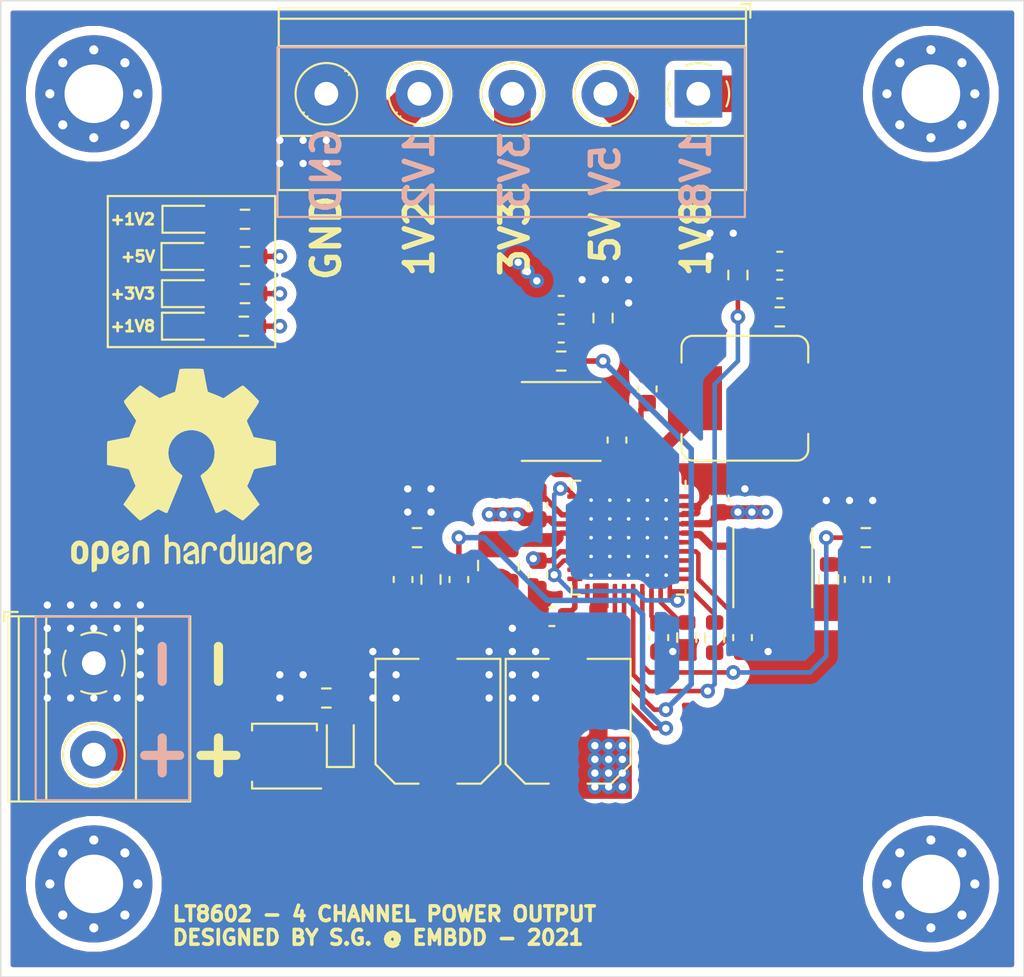
<source format=kicad_pcb>
(kicad_pcb (version 20171130) (host pcbnew "(5.1.9-0-10_14)")
  (layers (0 F.Cu signal) (1 In1.Cu power) (2 In2.Cu power) (31 B.Cu signal) (34 B.Paste user) (35 F.Paste user) (36 B.SilkS user) (37 F.SilkS user) (38 B.Mask user) (39 F.Mask user) (44 Edge.Cuts user))
  (net 0 "")
  (net 1 VCCQ)
  (net 2 GND)
  (net 3 "Net-(C3-Pad1)")
  (net 4 "Net-(C6-Pad1)")
  (net 5 "Net-(C6-Pad2)")
  (net 6 "Net-(C7-Pad2)")
  (net 7 "Net-(C7-Pad1)")
  (net 8 "Net-(C8-Pad2)")
  (net 9 +3V3)
  (net 10 +1V8)
  (net 11 "Net-(C11-Pad1)")
  (net 12 +1V2)
  (net 13 "Net-(C12-Pad1)")
  (net 14 "Net-(C13-Pad1)")
  (net 15 +5V)
  (net 16 "Net-(C14-Pad1)")
  (net 17 "Net-(D1-Pad2)")
  (net 18 "Net-(D2-Pad2)")
  (net 19 "Net-(D3-Pad2)")
  (net 20 "Net-(D4-Pad2)")
  (net 21 "Net-(D5-Pad2)")
  (net 22 VCC)
  (net 23 "Net-(L3-Pad1)")
  (net 24 "Net-(L4-Pad1)")
  (net 25 "Net-(R2-Pad1)")
  (net 26 "Net-(R3-Pad1)")
  (net 27 "Net-(U1-Pad1)")
  (net 28 "Net-(U1-Pad12)")
  (net 29 "Net-(U1-Pad31)")
  (net 30 "Net-(U1-Pad32)")
  (net 31 "Net-(U1-Pad40)")
  (module Symbol:OSHW-Logo2_14.6x12mm_SilkScreen (layer F.Cu) (at 162.814 73.914)
    (fp_text reference REF** hide)
    (fp_text value OSHW-Logo2_14.6x12mm_SilkScreen hide)
  )
  (module Capacitor_SMD:C_Elec_6.3x5.4 (layer F.Cu) (at 176.276 87.63 90)
    (fp_text reference C1 hide)
    (fp_text value 100uF/50V)
    (pad 1 smd roundrect (at -2.5375 0 90) (size 3.325 1.6) (layers F.Cu F.Paste F.Mask) (roundrect_rratio 0.15625) (net 1 VCCQ))
    (pad 2 smd roundrect (at 2.5375 0 90) (size 3.325 1.6) (layers F.Cu F.Paste F.Mask) (roundrect_rratio 0.15625) (net 2 GND))
  )
  (module Capacitor_SMD:C_Elec_6.3x5.4 (layer F.Cu) (at 183.388 87.63 90)
    (fp_text reference C2 hide)
    (fp_text value 47uF/50V)
    (pad 2 smd roundrect (at 2.5375 0 90) (size 3.325 1.6) (layers F.Cu F.Paste F.Mask) (roundrect_rratio 0.15625) (net 2 GND))
    (pad 1 smd roundrect (at -2.5375 0 90) (size 3.325 1.6) (layers F.Cu F.Paste F.Mask) (roundrect_rratio 0.15625) (net 1 VCCQ))
  )
  (module Capacitor_SMD:C_0603_1608Metric (layer F.Cu) (at 182.499 81.915 180)
    (fp_text reference C3 hide)
    (fp_text value 2200pF)
    (pad 2 smd roundrect (at 0.775 0 180) (size 0.9 0.95) (layers F.Cu F.Paste F.Mask) (net 2 GND))
    (pad 1 smd roundrect (at -0.775 0 180) (size 0.9 0.95) (layers F.Cu F.Paste F.Mask) (net 3 "Net-(C3-Pad1)"))
  )
  (module Capacitor_SMD:C_0603_1608Metric (layer F.Cu) (at 191.643 75.438 90)
    (fp_text reference C4 hide)
    (fp_text value 4.7uF)
    (pad 2 smd roundrect (at 0.775 0 90) (size 0.9 0.95) (layers F.Cu F.Paste F.Mask) (net 2 GND))
    (pad 1 smd roundrect (at -0.775 0 90) (size 0.9 0.95) (layers F.Cu F.Paste F.Mask) (net 1 VCCQ))
  )
  (module Capacitor_SMD:C_0603_1608Metric (layer F.Cu) (at 181.737 75.819 90)
    (fp_text reference C5 hide)
    (fp_text value 10uF)
    (pad 1 smd roundrect (at -0.775 0 90) (size 0.9 0.95) (layers F.Cu F.Paste F.Mask) (net 1 VCCQ))
    (pad 2 smd roundrect (at 0.775 0 90) (size 0.9 0.95) (layers F.Cu F.Paste F.Mask) (net 2 GND))
  )
  (module Capacitor_SMD:C_0603_1608Metric (layer F.Cu) (at 187.706 69.469 270)
    (fp_text reference C6 hide)
    (fp_text value 0.1uF)
    (pad 1 smd roundrect (at -0.775 0 270) (size 0.9 0.95) (layers F.Cu F.Paste F.Mask) (net 4 "Net-(C6-Pad1)"))
    (pad 2 smd roundrect (at 0.775 0 270) (size 0.9 0.95) (layers F.Cu F.Paste F.Mask) (net 5 "Net-(C6-Pad2)"))
  )
  (module Capacitor_SMD:C_0603_1608Metric (layer F.Cu) (at 186.055 72.263 90)
    (fp_text reference C7 hide)
    (fp_text value 0.1uF)
    (pad 2 smd roundrect (at 0.775 0 90) (size 0.9 0.95) (layers F.Cu F.Paste F.Mask) (net 6 "Net-(C7-Pad2)"))
    (pad 1 smd roundrect (at -0.775 0 90) (size 0.9 0.95) (layers F.Cu F.Paste F.Mask) (net 7 "Net-(C7-Pad1)"))
  )
  (module Capacitor_SMD:C_0603_1608Metric (layer F.Cu) (at 188.341 83.058 90)
    (fp_text reference C8 hide)
    (fp_text value 4.7uF)
    (pad 1 smd roundrect (at -0.775 0 90) (size 0.9 0.95) (layers F.Cu F.Paste F.Mask) (net 2 GND))
    (pad 2 smd roundrect (at 0.775 0 90) (size 0.9 0.95) (layers F.Cu F.Paste F.Mask) (net 8 "Net-(C8-Pad2)"))
  )
  (module Capacitor_SMD:C_0603_1608Metric (layer F.Cu) (at 181.737 79.629 270)
    (fp_text reference C9 hide)
    (fp_text value 4.7uF)
    (pad 2 smd roundrect (at 0.775 0 270) (size 0.9 0.95) (layers F.Cu F.Paste F.Mask) (net 2 GND))
    (pad 1 smd roundrect (at -0.775 0 270) (size 0.9 0.95) (layers F.Cu F.Paste F.Mask) (net 9 +3V3))
  )
  (module Capacitor_SMD:C_0603_1608Metric (layer F.Cu) (at 192.913 83.058 270)
    (fp_text reference C10 hide)
    (fp_text value 4.7uF)
    (pad 1 smd roundrect (at -0.775 0 270) (size 0.9 0.95) (layers F.Cu F.Paste F.Mask) (net 9 +3V3))
    (pad 2 smd roundrect (at 0.775 0 270) (size 0.9 0.95) (layers F.Cu F.Paste F.Mask) (net 2 GND))
  )
  (module Capacitor_SMD:C_0603_1608Metric (layer F.Cu) (at 199.009 79.883 270)
    (fp_text reference C11 hide)
    (fp_text value 10pF)
    (pad 2 smd roundrect (at 0.775 0 270) (size 0.9 0.95) (layers F.Cu F.Paste F.Mask) (net 10 +1V8))
    (pad 1 smd roundrect (at -0.775 0 270) (size 0.9 0.95) (layers F.Cu F.Paste F.Mask) (net 11 "Net-(C11-Pad1)"))
  )
  (module Capacitor_SMD:C_0603_1608Metric (layer F.Cu) (at 177.419 79.883 270)
    (fp_text reference C12 hide)
    (fp_text value 22pF)
    (pad 2 smd roundrect (at 0.775 0 270) (size 0.9 0.95) (layers F.Cu F.Paste F.Mask) (net 12 +1V2))
    (pad 1 smd roundrect (at -0.775 0 270) (size 0.9 0.95) (layers F.Cu F.Paste F.Mask) (net 13 "Net-(C12-Pad1)"))
  )
  (module Capacitor_SMD:C_0603_1608Metric (layer F.Cu) (at 194.945 64.008)
    (fp_text reference C13 hide)
    (fp_text value 4.7pF)
    (pad 1 smd roundrect (at -0.775 0) (size 0.9 0.95) (layers F.Cu F.Paste F.Mask) (net 14 "Net-(C13-Pad1)"))
    (pad 2 smd roundrect (at 0.775 0) (size 0.9 0.95) (layers F.Cu F.Paste F.Mask) (net 15 +5V))
  )
  (module Capacitor_SMD:C_0603_1608Metric (layer F.Cu) (at 183.007 66.421 180)
    (fp_text reference C14 hide)
    (fp_text value 22pF)
    (pad 1 smd roundrect (at -0.775 0 180) (size 0.9 0.95) (layers F.Cu F.Paste F.Mask) (net 16 "Net-(C14-Pad1)"))
    (pad 2 smd roundrect (at 0.775 0 180) (size 0.9 0.95) (layers F.Cu F.Paste F.Mask) (net 9 +3V3))
  )
  (module Capacitor_SMD:C_0603_1608Metric (layer F.Cu) (at 194.945 62.484)
    (fp_text reference C15 hide)
    (fp_text value 22uF)
    (pad 2 smd roundrect (at 0.775 0) (size 0.9 0.95) (layers F.Cu F.Paste F.Mask) (net 15 +5V))
    (pad 1 smd roundrect (at -0.775 0) (size 0.9 0.95) (layers F.Cu F.Paste F.Mask) (net 2 GND))
  )
  (module Capacitor_SMD:C_0603_1608Metric (layer F.Cu) (at 183.007 64.897 180)
    (fp_text reference C16 hide)
    (fp_text value 22uF)
    (pad 2 smd roundrect (at 0.775 0 180) (size 0.9 0.95) (layers F.Cu F.Paste F.Mask) (net 9 +3V3))
    (pad 1 smd roundrect (at -0.775 0 180) (size 0.9 0.95) (layers F.Cu F.Paste F.Mask) (net 2 GND))
  )
  (module Capacitor_SMD:C_0603_1608Metric (layer F.Cu) (at 200.406 79.883 270)
    (fp_text reference C17 hide)
    (fp_text value 22uF)
    (pad 1 smd roundrect (at -0.775 0 270) (size 0.9 0.95) (layers F.Cu F.Paste F.Mask) (net 2 GND))
    (pad 2 smd roundrect (at 0.775 0 270) (size 0.9 0.95) (layers F.Cu F.Paste F.Mask) (net 10 +1V8))
  )
  (module Capacitor_SMD:C_0603_1608Metric (layer F.Cu) (at 174.371 79.883 270)
    (fp_text reference C18 hide)
    (fp_text value 47uF)
    (pad 1 smd roundrect (at -0.775 0 270) (size 0.9 0.95) (layers F.Cu F.Paste F.Mask) (net 2 GND))
    (pad 2 smd roundrect (at 0.775 0 270) (size 0.9 0.95) (layers F.Cu F.Paste F.Mask) (net 12 +1V2))
  )
  (module Diode_SMD:D_0603_1608Metric (layer F.Cu) (at 170.942 88.646 90)
    (fp_text reference D1 hide)
    (fp_text value D_Zener)
    (pad 1 smd roundrect (at -0.7875 0 90) (size 0.875 0.95) (layers F.Cu F.Paste F.Mask) (net 1 VCCQ))
    (pad 2 smd roundrect (at 0.7875 0 90) (size 0.875 0.95) (layers F.Cu F.Paste F.Mask) (net 17 "Net-(D1-Pad2)"))
  )
  (module LED_SMD:LED_0603_1608Metric (layer F.Cu) (at 162.7125 60.198)
    (fp_text reference D2 hide)
    (fp_text value LED)
    (pad 2 smd roundrect (at 0.7875 0) (size 0.875 0.95) (layers F.Cu F.Paste F.Mask) (net 18 "Net-(D2-Pad2)"))
    (pad 1 smd roundrect (at -0.7875 0) (size 0.875 0.95) (layers F.Cu F.Paste F.Mask) (net 2 GND))
  )
  (module LED_SMD:LED_0603_1608Metric (layer F.Cu) (at 162.687 66.04)
    (fp_text reference D3 hide)
    (fp_text value LED)
    (pad 1 smd roundrect (at -0.7875 0) (size 0.875 0.95) (layers F.Cu F.Paste F.Mask) (net 2 GND))
    (pad 2 smd roundrect (at 0.7875 0) (size 0.875 0.95) (layers F.Cu F.Paste F.Mask) (net 19 "Net-(D3-Pad2)"))
  )
  (module LED_SMD:LED_0603_1608Metric (layer F.Cu) (at 162.687 64.262)
    (fp_text reference D4 hide)
    (fp_text value LED)
    (pad 2 smd roundrect (at 0.7875 0) (size 0.875 0.95) (layers F.Cu F.Paste F.Mask) (net 20 "Net-(D4-Pad2)"))
    (pad 1 smd roundrect (at -0.7875 0) (size 0.875 0.95) (layers F.Cu F.Paste F.Mask) (net 2 GND))
  )
  (module LED_SMD:LED_0603_1608Metric (layer F.Cu) (at 162.6615 62.23)
    (fp_text reference D5 hide)
    (fp_text value LED)
    (pad 1 smd roundrect (at -0.7875 0) (size 0.875 0.95) (layers F.Cu F.Paste F.Mask) (net 2 GND))
    (pad 2 smd roundrect (at 0.7875 0) (size 0.875 0.95) (layers F.Cu F.Paste F.Mask) (net 21 "Net-(D5-Pad2)"))
  )
  (module MountingHole:MountingHole_3.2mm_M3_Pad_Via (layer F.Cu) (at 157.48 96.52)
    (fp_text reference H1 hide)
    (fp_text value MountingHole)
    (pad 1 thru_hole circle (at 1.697056 -1.697056) (size 0.8 0.8) (drill 0.5) (layers *.Cu *.Mask))
    (pad 1 thru_hole circle (at 0 -2.4) (size 0.8 0.8) (drill 0.5) (layers *.Cu *.Mask))
    (pad 1 thru_hole circle (at -1.697056 -1.697056) (size 0.8 0.8) (drill 0.5) (layers *.Cu *.Mask))
    (pad 1 thru_hole circle (at -2.4 0) (size 0.8 0.8) (drill 0.5) (layers *.Cu *.Mask))
    (pad 1 thru_hole circle (at -1.697056 1.697056) (size 0.8 0.8) (drill 0.5) (layers *.Cu *.Mask))
    (pad 1 thru_hole circle (at 0 2.4) (size 0.8 0.8) (drill 0.5) (layers *.Cu *.Mask))
    (pad 1 thru_hole circle (at 1.697056 1.697056) (size 0.8 0.8) (drill 0.5) (layers *.Cu *.Mask))
    (pad 1 thru_hole circle (at 2.4 0) (size 0.8 0.8) (drill 0.5) (layers *.Cu *.Mask))
    (pad 1 thru_hole circle (at 0 0) (size 6.4 6.4) (drill 3.2) (layers *.Cu *.Mask))
  )
  (module MountingHole:MountingHole_3.2mm_M3_Pad_Via (layer F.Cu) (at 203.2 53.34)
    (fp_text reference H2 hide)
    (fp_text value MountingHole)
    (pad 1 thru_hole circle (at 1.697056 -1.697056) (size 0.8 0.8) (drill 0.5) (layers *.Cu *.Mask))
    (pad 1 thru_hole circle (at 0 -2.4) (size 0.8 0.8) (drill 0.5) (layers *.Cu *.Mask))
    (pad 1 thru_hole circle (at -1.697056 -1.697056) (size 0.8 0.8) (drill 0.5) (layers *.Cu *.Mask))
    (pad 1 thru_hole circle (at -2.4 0) (size 0.8 0.8) (drill 0.5) (layers *.Cu *.Mask))
    (pad 1 thru_hole circle (at -1.697056 1.697056) (size 0.8 0.8) (drill 0.5) (layers *.Cu *.Mask))
    (pad 1 thru_hole circle (at 0 2.4) (size 0.8 0.8) (drill 0.5) (layers *.Cu *.Mask))
    (pad 1 thru_hole circle (at 1.697056 1.697056) (size 0.8 0.8) (drill 0.5) (layers *.Cu *.Mask))
    (pad 1 thru_hole circle (at 2.4 0) (size 0.8 0.8) (drill 0.5) (layers *.Cu *.Mask))
    (pad 1 thru_hole circle (at 0 0) (size 6.4 6.4) (drill 3.2) (layers *.Cu *.Mask))
  )
  (module MountingHole:MountingHole_3.2mm_M3_Pad_Via (layer F.Cu) (at 157.48 53.34)
    (fp_text reference H3 hide)
    (fp_text value MountingHole)
    (pad 1 thru_hole circle (at 0 0) (size 6.4 6.4) (drill 3.2) (layers *.Cu *.Mask))
    (pad 1 thru_hole circle (at 2.4 0) (size 0.8 0.8) (drill 0.5) (layers *.Cu *.Mask))
    (pad 1 thru_hole circle (at 1.697056 1.697056) (size 0.8 0.8) (drill 0.5) (layers *.Cu *.Mask))
    (pad 1 thru_hole circle (at 0 2.4) (size 0.8 0.8) (drill 0.5) (layers *.Cu *.Mask))
    (pad 1 thru_hole circle (at -1.697056 1.697056) (size 0.8 0.8) (drill 0.5) (layers *.Cu *.Mask))
    (pad 1 thru_hole circle (at -2.4 0) (size 0.8 0.8) (drill 0.5) (layers *.Cu *.Mask))
    (pad 1 thru_hole circle (at -1.697056 -1.697056) (size 0.8 0.8) (drill 0.5) (layers *.Cu *.Mask))
    (pad 1 thru_hole circle (at 0 -2.4) (size 0.8 0.8) (drill 0.5) (layers *.Cu *.Mask))
    (pad 1 thru_hole circle (at 1.697056 -1.697056) (size 0.8 0.8) (drill 0.5) (layers *.Cu *.Mask))
  )
  (module MountingHole:MountingHole_3.2mm_M3_Pad_Via (layer F.Cu) (at 203.2 96.52)
    (fp_text reference H4 hide)
    (fp_text value MountingHole)
    (pad 1 thru_hole circle (at 0 0) (size 6.4 6.4) (drill 3.2) (layers *.Cu *.Mask))
    (pad 1 thru_hole circle (at 2.4 0) (size 0.8 0.8) (drill 0.5) (layers *.Cu *.Mask))
    (pad 1 thru_hole circle (at 1.697056 1.697056) (size 0.8 0.8) (drill 0.5) (layers *.Cu *.Mask))
    (pad 1 thru_hole circle (at 0 2.4) (size 0.8 0.8) (drill 0.5) (layers *.Cu *.Mask))
    (pad 1 thru_hole circle (at -1.697056 1.697056) (size 0.8 0.8) (drill 0.5) (layers *.Cu *.Mask))
    (pad 1 thru_hole circle (at -2.4 0) (size 0.8 0.8) (drill 0.5) (layers *.Cu *.Mask))
    (pad 1 thru_hole circle (at -1.697056 -1.697056) (size 0.8 0.8) (drill 0.5) (layers *.Cu *.Mask))
    (pad 1 thru_hole circle (at 0 -2.4) (size 0.8 0.8) (drill 0.5) (layers *.Cu *.Mask))
    (pad 1 thru_hole circle (at 1.697056 -1.697056) (size 0.8 0.8) (drill 0.5) (layers *.Cu *.Mask))
  )
  (module TerminalBlock_Phoenix:TerminalBlock_Phoenix_MKDS-1,5-2_1x02_P5.00mm_Horizontal (layer F.Cu) (at 157.48 84.455 270)
    (fp_text reference J1 hide)
    (fp_text value "Input Voltage")
    (pad 1 thru_hole rect (at 0 0 270) (size 2.6 2.6) (drill 1.3) (layers *.Cu *.Mask) (net 2 GND))
    (pad 2 thru_hole circle (at 5 0 270) (size 2.6 2.6) (drill 1.3) (layers *.Cu *.Mask) (net 22 VCC))
  )
  (module TerminalBlock_Phoenix:TerminalBlock_Phoenix_MKDS-1,5-5-5.08_1x05_P5.08mm_Horizontal (layer F.Cu) (at 190.5 53.34 180)
    (fp_text reference J2 hide)
    (fp_text value Output)
    (pad 1 thru_hole rect (at 0 0 180) (size 2.6 2.6) (drill 1.3) (layers *.Cu *.Mask) (net 10 +1V8))
    (pad 2 thru_hole circle (at 5.08 0 180) (size 2.6 2.6) (drill 1.3) (layers *.Cu *.Mask) (net 15 +5V))
    (pad 3 thru_hole circle (at 10.16 0 180) (size 2.6 2.6) (drill 1.3) (layers *.Cu *.Mask) (net 9 +3V3))
    (pad 4 thru_hole circle (at 15.24 0 180) (size 2.6 2.6) (drill 1.3) (layers *.Cu *.Mask) (net 12 +1V2))
    (pad 5 thru_hole circle (at 20.32 0 180) (size 2.6 2.6) (drill 1.3) (layers *.Cu *.Mask) (net 2 GND))
  )
  (module Inductor_SMD:L_Bourns_SRP7028A_7.3x6.6mm (layer F.Cu) (at 193.04 69.977)
    (fp_text reference L1 hide)
    (fp_text value SDR7030-6R2M)
    (pad 1 smd rect (at -2.725 0) (size 2.95 3.5) (layers F.Cu F.Paste F.Mask) (net 4 "Net-(C6-Pad1)"))
    (pad 2 smd rect (at 2.725 0) (size 2.95 3.5) (layers F.Cu F.Paste F.Mask) (net 15 +5V))
  )
  (module Inductor_SMD:L_Coilcraft_XxL4020 (layer F.Cu) (at 183.007 71.247 180)
    (fp_text reference L2 hide)
    (fp_text value LPS4018-222MRC)
    (pad 2 smd rect (at 1.185 0 180) (size 0.98 3.4) (layers F.Cu F.Paste F.Mask) (net 9 +3V3))
    (pad 1 smd rect (at -1.185 0 180) (size 0.98 3.4) (layers F.Cu F.Paste F.Mask) (net 7 "Net-(C7-Pad1)"))
  )
  (module Inductor_SMD:L_Coilcraft_XxL4020 (layer F.Cu) (at 194.564 79.248 270)
    (fp_text reference L3 hide)
    (fp_text value LPS4018-222MRC)
    (pad 1 smd rect (at -1.185 0 270) (size 0.98 3.4) (layers F.Cu F.Paste F.Mask) (net 23 "Net-(L3-Pad1)"))
    (pad 2 smd rect (at 1.185 0 270) (size 0.98 3.4) (layers F.Cu F.Paste F.Mask) (net 10 +1V8))
  )
  (module Inductor_SMD:L_1008_2520Metric_Pad1.43x2.20mm_HandSolder (layer F.Cu) (at 179.578 79.121 270)
    (fp_text reference L4 hide)
    (fp_text value PM1008S-1R8M-RC)
    (pad 1 smd roundrect (at -1.1625 0 270) (size 1.425 2.2) (layers F.Cu F.Paste F.Mask) (roundrect_rratio 0.175439) (net 24 "Net-(L4-Pad1)"))
    (pad 2 smd roundrect (at 1.1625 0 270) (size 1.425 2.2) (layers F.Cu F.Paste F.Mask) (roundrect_rratio 0.175439) (net 12 +1V2))
  )
  (module Package_SON:Diodes_PowerDI3333-8 (layer F.Cu) (at 167.894 89.535 180)
    (fp_text reference Q1 hide)
    (fp_text value DMP3013SFV)
    (pad 1 smd rect (at -1.5 -0.975 180) (size 0.7 0.42) (layers F.Cu F.Paste F.Mask) (net 1 VCCQ))
    (pad 3 smd rect (at -1.5 0.325 180) (size 0.7 0.42) (layers F.Cu F.Paste F.Mask) (net 1 VCCQ))
    (pad 2 smd rect (at -1.5 -0.325 180) (size 0.7 0.42) (layers F.Cu F.Paste F.Mask) (net 1 VCCQ))
    (pad 4 smd rect (at -1.5 0.975 180) (size 0.7 0.42) (layers F.Cu F.Paste F.Mask) (net 17 "Net-(D1-Pad2)"))
    (pad 5 smd custom (at 0.455 0 180) (size 1.71 2.37) (layers F.Cu F.Mask) (net 22 VCC) (options (clearance outline) (anchor rect)) (primitives (gr_poly (pts (xy 0.855 1.185) (xy 1.395 1.185) (xy 1.395 0.765) (xy 0.855 0.765)) (width 0)) (gr_poly (pts (xy 0.855 0.535) (xy 1.395 0.535) (xy 1.395 0.115) (xy 0.855 0.115)) (width 0)) (gr_poly (pts (xy 0.855 -0.115) (xy 1.395 -0.115) (xy 1.395 -0.535) (xy 0.855 -0.535)) (width 0)) (gr_poly (pts (xy 0.855 -0.765) (xy 1.395 -0.765) (xy 1.395 -1.185) (xy 0.855 -1.185)) (width 0))))
  )
  (module Resistor_SMD:R_0603_1608Metric (layer F.Cu) (at 170.18 86.36)
    (fp_text reference R1 hide)
    (fp_text value 100)
    (pad 1 smd roundrect (at -0.825 0) (size 0.8 0.95) (layers F.Cu F.Paste F.Mask) (net 2 GND))
    (pad 2 smd roundrect (at 0.825 0) (size 0.8 0.95) (layers F.Cu F.Paste F.Mask) (net 17 "Net-(D1-Pad2)"))
  )
  (module Resistor_SMD:R_0603_1608Metric (layer F.Cu) (at 191.389 83.058 270)
    (fp_text reference R2 hide)
    (fp_text value 20K)
    (pad 2 smd roundrect (at 0.825 0 270) (size 0.8 0.95) (layers F.Cu F.Paste F.Mask) (net 9 +3V3))
    (pad 1 smd roundrect (at -0.825 0 270) (size 0.8 0.95) (layers F.Cu F.Paste F.Mask) (net 25 "Net-(R2-Pad1)"))
  )
  (module Resistor_SMD:R_0603_1608Metric (layer F.Cu) (at 189.865 83.058 270)
    (fp_text reference R3 hide)
    (fp_text value 60.4)
    (pad 1 smd roundrect (at -0.825 0 270) (size 0.8 0.95) (layers F.Cu F.Paste F.Mask) (net 26 "Net-(R3-Pad1)"))
    (pad 2 smd roundrect (at 0.825 0 270) (size 0.8 0.95) (layers F.Cu F.Paste F.Mask) (net 2 GND))
  )
  (module Resistor_SMD:R_0603_1608Metric (layer F.Cu) (at 194.945 65.532 180)
    (fp_text reference R4 hide)
    (fp_text value 453K)
    (pad 2 smd roundrect (at 0.825 0 180) (size 0.8 0.95) (layers F.Cu F.Paste F.Mask) (net 14 "Net-(C13-Pad1)"))
    (pad 1 smd roundrect (at -0.825 0 180) (size 0.8 0.95) (layers F.Cu F.Paste F.Mask) (net 15 +5V))
  )
  (module Resistor_SMD:R_0603_1608Metric (layer F.Cu) (at 192.659 63.246 90)
    (fp_text reference R5 hide)
    (fp_text value 113K)
    (pad 1 smd roundrect (at -0.825 0 90) (size 0.8 0.95) (layers F.Cu F.Paste F.Mask) (net 14 "Net-(C13-Pad1)"))
    (pad 2 smd roundrect (at 0.825 0 90) (size 0.8 0.95) (layers F.Cu F.Paste F.Mask) (net 2 GND))
  )
  (module Resistor_SMD:R_0603_1608Metric (layer F.Cu) (at 183.007 67.945)
    (fp_text reference R6 hide)
    (fp_text value 316K)
    (pad 1 smd roundrect (at -0.825 0) (size 0.8 0.95) (layers F.Cu F.Paste F.Mask) (net 9 +3V3))
    (pad 2 smd roundrect (at 0.825 0) (size 0.8 0.95) (layers F.Cu F.Paste F.Mask) (net 16 "Net-(C14-Pad1)"))
  )
  (module Resistor_SMD:R_0603_1608Metric (layer F.Cu) (at 185.293 65.595 90)
    (fp_text reference R7 hide)
    (fp_text value 137K)
    (pad 2 smd roundrect (at 0.825 0 90) (size 0.8 0.95) (layers F.Cu F.Paste F.Mask) (net 2 GND))
    (pad 1 smd roundrect (at -0.825 0 90) (size 0.8 0.95) (layers F.Cu F.Paste F.Mask) (net 16 "Net-(C14-Pad1)"))
  )
  (module Resistor_SMD:R_0603_1608Metric (layer F.Cu) (at 197.612 79.883 90)
    (fp_text reference R8 hide)
    (fp_text value 249K)
    (pad 1 smd roundrect (at -0.825 0 90) (size 0.8 0.95) (layers F.Cu F.Paste F.Mask) (net 10 +1V8))
    (pad 2 smd roundrect (at 0.825 0 90) (size 0.8 0.95) (layers F.Cu F.Paste F.Mask) (net 11 "Net-(C11-Pad1)"))
  )
  (module Resistor_SMD:R_0603_1608Metric (layer F.Cu) (at 175.895 79.883 90)
    (fp_text reference R9 hide)
    (fp_text value 100K)
    (pad 1 smd roundrect (at -0.825 0 90) (size 0.8 0.95) (layers F.Cu F.Paste F.Mask) (net 12 +1V2))
    (pad 2 smd roundrect (at 0.825 0 90) (size 0.8 0.95) (layers F.Cu F.Paste F.Mask) (net 13 "Net-(C12-Pad1)"))
  )
  (module Resistor_SMD:R_0603_1608Metric (layer F.Cu) (at 199.644 77.597 180)
    (fp_text reference R10 hide)
    (fp_text value 200K)
    (pad 2 smd roundrect (at 0.825 0 180) (size 0.8 0.95) (layers F.Cu F.Paste F.Mask) (net 11 "Net-(C11-Pad1)"))
    (pad 1 smd roundrect (at -0.825 0 180) (size 0.8 0.95) (layers F.Cu F.Paste F.Mask) (net 2 GND))
  )
  (module Resistor_SMD:R_0603_1608Metric (layer F.Cu) (at 175.133 77.597)
    (fp_text reference R11 hide)
    (fp_text value 100K)
    (pad 2 smd roundrect (at 0.825 0) (size 0.8 0.95) (layers F.Cu F.Paste F.Mask) (net 13 "Net-(C12-Pad1)"))
    (pad 1 smd roundrect (at -0.825 0) (size 0.8 0.95) (layers F.Cu F.Paste F.Mask) (net 2 GND))
  )
  (module Resistor_SMD:R_0603_1608Metric (layer F.Cu) (at 165.735 60.198 180)
    (fp_text reference R12 hide)
    (fp_text value 600)
    (pad 1 smd roundrect (at -0.825 0 180) (size 0.8 0.95) (layers F.Cu F.Paste F.Mask) (net 12 +1V2))
    (pad 2 smd roundrect (at 0.825 0 180) (size 0.8 0.95) (layers F.Cu F.Paste F.Mask) (net 18 "Net-(D2-Pad2)"))
  )
  (module Resistor_SMD:R_0603_1608Metric (layer F.Cu) (at 165.672 66.04 180)
    (fp_text reference R13 hide)
    (fp_text value 900)
    (pad 2 smd roundrect (at 0.825 0 180) (size 0.8 0.95) (layers F.Cu F.Paste F.Mask) (net 19 "Net-(D3-Pad2)"))
    (pad 1 smd roundrect (at -0.825 0 180) (size 0.8 0.95) (layers F.Cu F.Paste F.Mask) (net 10 +1V8))
  )
  (module Resistor_SMD:R_0603_1608Metric (layer F.Cu) (at 165.735 64.262 180)
    (fp_text reference R14 hide)
    (fp_text value 1K5)
    (pad 2 smd roundrect (at 0.825 0 180) (size 0.8 0.95) (layers F.Cu F.Paste F.Mask) (net 20 "Net-(D4-Pad2)"))
    (pad 1 smd roundrect (at -0.825 0 180) (size 0.8 0.95) (layers F.Cu F.Paste F.Mask) (net 9 +3V3))
  )
  (module Resistor_SMD:R_0603_1608Metric (layer F.Cu) (at 165.735 62.23 180)
    (fp_text reference R15 hide)
    (fp_text value 2K5)
    (pad 1 smd roundrect (at -0.825 0 180) (size 0.8 0.95) (layers F.Cu F.Paste F.Mask) (net 15 +5V))
    (pad 2 smd roundrect (at 0.825 0 180) (size 0.8 0.95) (layers F.Cu F.Paste F.Mask) (net 21 "Net-(D5-Pad2)"))
  )
  (module Package_DFN_QFN:QFN-40-1EP_6x6mm_P0.5mm_EP4.6x4.6mm_ThermalVias (layer F.Cu) (at 186.69 77.597 270)
    (fp_text reference U1 hide)
    (fp_text value LT8602EUJ#PBF)
    (pad 1 smd roundrect (at -2.9375 -2.25 270) (size 0.825 0.25) (layers F.Cu F.Paste F.Mask) (net 27 "Net-(U1-Pad1)"))
    (pad 2 smd roundrect (at -2.9375 -1.75 270) (size 0.825 0.25) (layers F.Cu F.Paste F.Mask) (net 2 GND))
    (pad 3 smd roundrect (at -2.9375 -1.25 270) (size 0.825 0.25) (layers F.Cu F.Paste F.Mask) (net 4 "Net-(C6-Pad1)"))
    (pad 4 smd roundrect (at -2.9375 -0.75 270) (size 0.825 0.25) (layers F.Cu F.Paste F.Mask) (net 5 "Net-(C6-Pad2)"))
    (pad 5 smd roundrect (at -2.9375 -0.25 270) (size 0.825 0.25) (layers F.Cu F.Paste F.Mask) (net 6 "Net-(C7-Pad2)"))
    (pad 6 smd roundrect (at -2.9375 0.25 270) (size 0.825 0.25) (layers F.Cu F.Paste F.Mask) (net 7 "Net-(C7-Pad1)"))
    (pad 7 smd roundrect (at -2.9375 0.75 270) (size 0.825 0.25) (layers F.Cu F.Paste F.Mask) (net 7 "Net-(C7-Pad1)"))
    (pad 8 smd roundrect (at -2.9375 1.25 270) (size 0.825 0.25) (layers F.Cu F.Paste F.Mask) (net 2 GND))
    (pad 9 smd roundrect (at -2.9375 1.75 270) (size 0.825 0.25) (layers F.Cu F.Paste F.Mask) (net 2 GND))
    (pad 10 smd roundrect (at -2.9375 2.25 270) (size 0.825 0.25) (layers F.Cu F.Paste F.Mask) (net 9 +3V3))
    (pad 11 smd roundrect (at -2.25 2.9375 270) (size 0.25 0.825) (layers F.Cu F.Paste F.Mask) (net 25 "Net-(R2-Pad1)"))
    (pad 12 smd roundrect (at -1.75 2.9375 270) (size 0.25 0.825) (layers F.Cu F.Paste F.Mask) (net 28 "Net-(U1-Pad12)"))
    (pad 13 smd roundrect (at -1.25 2.9375 270) (size 0.25 0.825) (layers F.Cu F.Paste F.Mask) (net 2 GND))
    (pad 14 smd roundrect (at -0.75 2.9375 270) (size 0.25 0.825) (layers F.Cu F.Paste F.Mask) (net 1 VCCQ))
    (pad 15 smd roundrect (at -0.25 2.9375 270) (size 0.25 0.825) (layers F.Cu F.Paste F.Mask) (net 24 "Net-(L4-Pad1)"))
    (pad 16 smd roundrect (at 0.25 2.9375 270) (size 0.25 0.825) (layers F.Cu F.Paste F.Mask) (net 2 GND))
    (pad 17 smd roundrect (at 0.75 2.9375 270) (size 0.25 0.825) (layers F.Cu F.Paste F.Mask) (net 9 +3V3))
    (pad 18 smd roundrect (at 1.25 2.9375 270) (size 0.25 0.825) (layers F.Cu F.Paste F.Mask) (net 25 "Net-(R2-Pad1)"))
    (pad 19 smd roundrect (at 1.75 2.9375 270) (size 0.25 0.825) (layers F.Cu F.Paste F.Mask))
    (pad 20 smd roundrect (at 2.25 2.9375 270) (size 0.25 0.825) (layers F.Cu F.Paste F.Mask) (net 3 "Net-(C3-Pad1)"))
    (pad 21 smd roundrect (at 2.9375 2.25 270) (size 0.825 0.25) (layers F.Cu F.Paste F.Mask) (net 3 "Net-(C3-Pad1)"))
    (pad 22 smd roundrect (at 2.9375 1.75 270) (size 0.825 0.25) (layers F.Cu F.Paste F.Mask) (net 1 VCCQ))
    (pad 23 smd roundrect (at 2.9375 1.25 270) (size 0.825 0.25) (layers F.Cu F.Paste F.Mask) (net 1 VCCQ))
    (pad 24 smd roundrect (at 2.9375 0.75 270) (size 0.825 0.25) (layers F.Cu F.Paste F.Mask) (net 13 "Net-(C12-Pad1)"))
    (pad 25 smd roundrect (at 2.9375 0.25 270) (size 0.825 0.25) (layers F.Cu F.Paste F.Mask) (net 16 "Net-(C14-Pad1)"))
    (pad 26 smd roundrect (at 2.9375 -0.25 270) (size 0.825 0.25) (layers F.Cu F.Paste F.Mask) (net 14 "Net-(C13-Pad1)"))
    (pad 27 smd roundrect (at 2.9375 -0.75 270) (size 0.825 0.25) (layers F.Cu F.Paste F.Mask) (net 11 "Net-(C11-Pad1)"))
    (pad 28 smd roundrect (at 2.9375 -1.25 270) (size 0.825 0.25) (layers F.Cu F.Paste F.Mask) (net 8 "Net-(C8-Pad2)"))
    (pad 29 smd roundrect (at 2.9375 -1.75 270) (size 0.825 0.25) (layers F.Cu F.Paste F.Mask) (net 26 "Net-(R3-Pad1)"))
    (pad 30 smd roundrect (at 2.9375 -2.25 270) (size 0.825 0.25) (layers F.Cu F.Paste F.Mask) (net 25 "Net-(R2-Pad1)"))
    (pad 31 smd roundrect (at 2.25 -2.9375 270) (size 0.25 0.825) (layers F.Cu F.Paste F.Mask) (net 29 "Net-(U1-Pad31)"))
    (pad 32 smd roundrect (at 1.75 -2.9375 270) (size 0.25 0.825) (layers F.Cu F.Paste F.Mask) (net 30 "Net-(U1-Pad32)"))
    (pad 33 smd roundrect (at 1.25 -2.9375 270) (size 0.25 0.825) (layers F.Cu F.Paste F.Mask) (net 2 GND))
    (pad 34 smd roundrect (at 0.75 -2.9375 270) (size 0.25 0.825) (layers F.Cu F.Paste F.Mask) (net 9 +3V3))
    (pad 35 smd roundrect (at 0.25 -2.9375 270) (size 0.25 0.825) (layers F.Cu F.Paste F.Mask) (net 2 GND))
    (pad 36 smd roundrect (at -0.25 -2.9375 270) (size 0.25 0.825) (layers F.Cu F.Paste F.Mask) (net 23 "Net-(L3-Pad1)"))
    (pad 37 smd roundrect (at -0.75 -2.9375 270) (size 0.25 0.825) (layers F.Cu F.Paste F.Mask) (net 1 VCCQ))
    (pad 38 smd roundrect (at -1.25 -2.9375 270) (size 0.25 0.825) (layers F.Cu F.Paste F.Mask) (net 2 GND))
    (pad 39 smd roundrect (at -1.75 -2.9375 270) (size 0.25 0.825) (layers F.Cu F.Paste F.Mask) (net 2 GND))
    (pad 40 smd roundrect (at -2.25 -2.9375 270) (size 0.25 0.825) (layers F.Cu F.Paste F.Mask) (net 31 "Net-(U1-Pad40)"))
    (pad 41 smd rect (at 0 0 270) (size 4.6 4.6) (layers F.Cu F.Mask) (net 2 GND))
    (pad 41 thru_hole circle (at -2.05 -2.05 270) (size 0.5 0.5) (drill 0.2) (layers *.Cu) (net 2 GND))
    (pad 41 thru_hole circle (at -1.025 -2.05 270) (size 0.5 0.5) (drill 0.2) (layers *.Cu) (net 2 GND))
    (pad 41 thru_hole circle (at 0 -2.05 270) (size 0.5 0.5) (drill 0.2) (layers *.Cu) (net 2 GND))
    (pad 41 thru_hole circle (at 1.025 -2.05 270) (size 0.5 0.5) (drill 0.2) (layers *.Cu) (net 2 GND))
    (pad 41 thru_hole circle (at 2.05 -2.05 270) (size 0.5 0.5) (drill 0.2) (layers *.Cu) (net 2 GND))
    (pad 41 thru_hole circle (at -2.05 -1.025 270) (size 0.5 0.5) (drill 0.2) (layers *.Cu) (net 2 GND))
    (pad 41 thru_hole circle (at -1.025 -1.025 270) (size 0.5 0.5) (drill 0.2) (layers *.Cu) (net 2 GND))
    (pad 41 thru_hole circle (at 0 -1.025 270) (size 0.5 0.5) (drill 0.2) (layers *.Cu) (net 2 GND))
    (pad 41 thru_hole circle (at 1.025 -1.025 270) (size 0.5 0.5) (drill 0.2) (layers *.Cu) (net 2 GND))
    (pad 41 thru_hole circle (at 2.05 -1.025 270) (size 0.5 0.5) (drill 0.2) (layers *.Cu) (net 2 GND))
    (pad 41 thru_hole circle (at -2.05 0 270) (size 0.5 0.5) (drill 0.2) (layers *.Cu) (net 2 GND))
    (pad 41 thru_hole circle (at -1.025 0 270) (size 0.5 0.5) (drill 0.2) (layers *.Cu) (net 2 GND))
    (pad 41 thru_hole circle (at 0 0 270) (size 0.5 0.5) (drill 0.2) (layers *.Cu) (net 2 GND))
    (pad 41 thru_hole circle (at 1.025 0 270) (size 0.5 0.5) (drill 0.2) (layers *.Cu) (net 2 GND))
    (pad 41 thru_hole circle (at 2.05 0 270) (size 0.5 0.5) (drill 0.2) (layers *.Cu) (net 2 GND))
    (pad 41 thru_hole circle (at -2.05 1.025 270) (size 0.5 0.5) (drill 0.2) (layers *.Cu) (net 2 GND))
    (pad 41 thru_hole circle (at -1.025 1.025 270) (size 0.5 0.5) (drill 0.2) (layers *.Cu) (net 2 GND))
    (pad 41 thru_hole circle (at 0 1.025 270) (size 0.5 0.5) (drill 0.2) (layers *.Cu) (net 2 GND))
    (pad 41 thru_hole circle (at 1.025 1.025 270) (size 0.5 0.5) (drill 0.2) (layers *.Cu) (net 2 GND))
    (pad 41 thru_hole circle (at 2.05 1.025 270) (size 0.5 0.5) (drill 0.2) (layers *.Cu) (net 2 GND))
    (pad 41 thru_hole circle (at -2.05 2.05 270) (size 0.5 0.5) (drill 0.2) (layers *.Cu) (net 2 GND))
    (pad 41 thru_hole circle (at -1.025 2.05 270) (size 0.5 0.5) (drill 0.2) (layers *.Cu) (net 2 GND))
    (pad 41 thru_hole circle (at 0 2.05 270) (size 0.5 0.5) (drill 0.2) (layers *.Cu) (net 2 GND))
    (pad 41 thru_hole circle (at 1.025 2.05 270) (size 0.5 0.5) (drill 0.2) (layers *.Cu) (net 2 GND))
    (pad 41 thru_hole circle (at 2.05 2.05 270) (size 0.5 0.5) (drill 0.2) (layers *.Cu) (net 2 GND))
    (pad 41 smd rect (at 0 0 270) (size 4.6 4.6) (layers B.Cu) (net 2 GND))
  )
  (gr_text "LT8602 - 4 CHANNEL POWER OUTPUT\nDESIGNED BY S.G. @ EMBDD - 2021" (at 161.671 98.806) (layer F.SilkS) (effects (font (size 0.8 0.8) (thickness 0.2)) (justify left)))
  (gr_line (start 193.04 50.8) (end 167.513 50.8) (layer B.SilkS) (width 0.12))
  (gr_line (start 193.04 60.071) (end 193.04 50.8) (layer B.SilkS) (width 0.12))
  (gr_line (start 167.513 60.071) (end 193.04 60.071) (layer B.SilkS) (width 0.12))
  (gr_line (start 167.513 50.8) (end 167.513 60.071) (layer B.SilkS) (width 0.12))
  (gr_line (start 154.305 91.948) (end 154.305 81.915) (layer B.SilkS) (width 0.12))
  (gr_line (start 162.687 91.948) (end 154.305 91.948) (layer B.SilkS) (width 0.12))
  (gr_line (start 162.687 81.915) (end 162.687 91.948) (layer B.SilkS) (width 0.12))
  (gr_line (start 154.305 81.915) (end 162.687 81.915) (layer B.SilkS) (width 0.12))
  (gr_text "- +" (at 161.036 86.995 90) (layer B.SilkS) (effects (font (size 2.5 2.5) (thickness 0.5)) (justify mirror)))
  (gr_text 3V3 (at 180.467 57.531 90) (layer B.SilkS) (effects (font (size 1.5 1.5) (thickness 0.3)) (justify mirror)))
  (gr_text GND (at 170.18 57.531 90) (layer B.SilkS) (effects (font (size 1.5 1.5) (thickness 0.3)) (justify mirror)))
  (gr_text 5V (at 185.42 57.531 90) (layer B.SilkS) (effects (font (size 1.5 1.5) (thickness 0.3)) (justify mirror)))
  (gr_text 1V8 (at 190.373 57.531 90) (layer B.SilkS) (effects (font (size 1.5 1.5) (thickness 0.3)) (justify mirror)))
  (gr_text "1V2\n" (at 175.26 57.531 90) (layer B.SilkS) (effects (font (size 1.5 1.5) (thickness 0.3)) (justify mirror)))
  (gr_text 1V8 (at 190.373 61.214 90) (layer F.SilkS) (effects (font (size 1.5 1.5) (thickness 0.3))))
  (gr_text 5V (at 185.42 61.214 90) (layer F.SilkS) (effects (font (size 1.5 1.5) (thickness 0.3))))
  (gr_text 3V3 (at 180.467 61.214 90) (layer F.SilkS) (effects (font (size 1.5 1.5) (thickness 0.3))))
  (gr_text "1V2\n" (at 175.26 61.214 90) (layer F.SilkS) (effects (font (size 1.5 1.5) (thickness 0.3))))
  (gr_text GND (at 170.18 61.214 90) (layer F.SilkS) (effects (font (size 1.5 1.5) (thickness 0.3))))
  (gr_line (start 158.242 58.928) (end 167.386 58.928) (layer F.SilkS) (width 0.12))
  (gr_line (start 158.242 67.183) (end 158.242 58.928) (layer F.SilkS) (width 0.12))
  (gr_line (start 167.386 67.183) (end 158.242 67.183) (layer F.SilkS) (width 0.12))
  (gr_line (start 167.386 58.928) (end 167.386 67.183) (layer F.SilkS) (width 0.12))
  (gr_text +1V8 (at 160.909 66.04) (layer F.SilkS) (effects (font (size 0.6 0.6)) (justify right)))
  (gr_text +3V3 (at 160.909 64.262) (layer F.SilkS) (effects (font (size 0.6 0.6)) (justify right)))
  (gr_text +5V (at 160.909 62.23) (layer F.SilkS) (effects (font (size 0.6 0.6)) (justify right)))
  (gr_text +1V2 (at 160.909 60.198) (layer F.SilkS) (effects (font (size 0.6 0.6)) (justify right)))
  (gr_text "- +" (at 164.465 86.995 -90) (layer F.SilkS) (effects (font (size 2.5 2.5) (thickness 0.5))))
  (gr_line (start 152.4 101.6) (end 152.4 48.26) (layer Edge.Cuts) (width 0.05))
  (gr_line (start 208.28 101.6) (end 152.4 101.6) (layer Edge.Cuts) (width 0.05))
  (gr_line (start 208.28 48.26) (end 208.28 101.6) (layer Edge.Cuts) (width 0.05))
  (gr_line (start 152.4 48.26) (end 208.28 48.26) (layer Edge.Cuts) (width 0.05))
  (gr_poly (pts (xy 186.817 91.821) (xy 182.626 91.821) (xy 182.626 88.519) (xy 186.817 88.519)) (layer F.Cu) (width 0.1))
  (gr_poly (pts (xy 185.547 81.407) (xy 184.785 81.407) (xy 184.785 80.137) (xy 185.547 80.137)) (layer F.Cu) (width 0.1))
  (segment (start 191.643 76.213) (end 191.643 76.327) (width 0.4) (layer F.Cu) (net 1))
  (segment (start 191.643 76.327) (end 191.135 76.835) (width 0.4) (layer F.Cu) (net 1))
  (segment (start 191.135 76.835) (end 190.373 76.835) (width 0.4) (layer F.Cu) (net 1))
  (segment (start 189.6395 76.835) (end 189.6275 76.847) (width 0.3) (layer F.Cu) (net 1))
  (segment (start 190.373 76.835) (end 189.6395 76.835) (width 0.3) (layer F.Cu) (net 1))
  (segment (start 181.737 76.594) (end 182.385 76.594) (width 0.4) (layer F.Cu) (net 1))
  (segment (start 182.385 76.594) (end 182.601002 76.810002) (width 0.4) (layer F.Cu) (net 1))
  (segment (start 182.638 76.847) (end 182.385 76.594) (width 0.3) (layer F.Cu) (net 1))
  (segment (start 183.7525 76.847) (end 182.638 76.847) (width 0.3) (layer F.Cu) (net 1))
  (segment (start 183.388 90.1675) (end 184.72025 88.83525) (width 1) (layer F.Cu) (net 1))
  (segment (start 185.039 88.5165) (end 185.039 81.426352) (width 1) (layer F.Cu) (net 1))
  (segment (start 183.388 90.1675) (end 176.276 90.1675) (width 1.5) (layer F.Cu) (net 1))
  (segment (start 176.276 90.1675) (end 169.9235 90.1675) (width 1.5) (layer F.Cu) (net 1))
  (segment (start 169.394 89.21) (end 169.394 90.51) (width 0.4) (layer F.Cu) (net 1))
  (segment (start 169.6175 89.4335) (end 169.394 89.21) (width 0.4) (layer F.Cu) (net 1))
  (segment (start 170.942 89.4335) (end 169.6175 89.4335) (width 0.4) (layer F.Cu) (net 1))
  (segment (start 184.72025 88.83525) (end 185.039 88.5165) (width 1) (layer F.Cu) (net 1))
  (via (at 184.84725 88.96225) (size 0.8) (drill 0.4) (layers F.Cu B.Cu) (net 1))
  (via (at 185.59725 88.96225) (size 0.8) (drill 0.4) (layers F.Cu B.Cu) (net 1))
  (via (at 186.34725 88.96225) (size 0.8) (drill 0.4) (layers F.Cu B.Cu) (net 1))
  (via (at 184.84725 89.71225) (size 0.8) (drill 0.4) (layers F.Cu B.Cu) (net 1))
  (via (at 185.59725 89.71225) (size 0.8) (drill 0.4) (layers F.Cu B.Cu) (net 1))
  (via (at 186.34725 89.71225) (size 0.8) (drill 0.4) (layers F.Cu B.Cu) (net 1))
  (via (at 184.84725 90.46225) (size 0.8) (drill 0.4) (layers F.Cu B.Cu) (net 1))
  (via (at 185.59725 90.46225) (size 0.8) (drill 0.4) (layers F.Cu B.Cu) (net 1))
  (via (at 186.34725 90.46225) (size 0.8) (drill 0.4) (layers F.Cu B.Cu) (net 1))
  (via (at 184.84725 91.21225) (size 0.8) (drill 0.4) (layers F.Cu B.Cu) (net 1))
  (via (at 185.59725 91.21225) (size 0.8) (drill 0.4) (layers F.Cu B.Cu) (net 1))
  (via (at 186.34725 91.21225) (size 0.8) (drill 0.4) (layers F.Cu B.Cu) (net 1))
  (segment (start 184.72025 91.08525) (end 184.84725 91.21225) (width 0.3) (layer F.Cu) (net 1))
  (segment (start 184.72025 88.83525) (end 184.72025 91.08525) (width 0.3) (layer F.Cu) (net 1))
  (segment (start 184.84725 91.21225) (end 186.34725 91.21225) (width 0.3) (layer F.Cu) (net 1))
  (segment (start 186.34725 91.21225) (end 186.34725 88.96225) (width 0.3) (layer F.Cu) (net 1))
  (segment (start 186.34725 88.96225) (end 185.59725 88.96225) (width 0.3) (layer F.Cu) (net 1))
  (segment (start 185.59725 88.96225) (end 185.59725 90.46225) (width 0.3) (layer F.Cu) (net 1))
  (segment (start 181.737 76.594) (end 180.988 76.594) (width 0.75) (layer F.Cu) (net 1))
  (via (at 180.594 76.327) (size 0.8) (drill 0.4) (layers F.Cu B.Cu) (net 1))
  (segment (start 180.721 76.327) (end 180.594 76.327) (width 0.75) (layer F.Cu) (net 1))
  (segment (start 180.988 76.594) (end 180.721 76.327) (width 0.75) (layer F.Cu) (net 1))
  (via (at 179.832 76.327) (size 0.8) (drill 0.4) (layers F.Cu B.Cu) (net 1))
  (segment (start 180.594 76.327) (end 179.832 76.327) (width 0.75) (layer F.Cu) (net 1))
  (via (at 179.07 76.327) (size 0.8) (drill 0.4) (layers F.Cu B.Cu) (net 1))
  (segment (start 179.832 76.327) (end 179.07 76.327) (width 0.75) (layer F.Cu) (net 1))
  (via (at 192.659 76.2) (size 0.8) (drill 0.4) (layers F.Cu B.Cu) (net 1))
  (segment (start 192.646 76.213) (end 192.659 76.2) (width 0.75) (layer F.Cu) (net 1))
  (segment (start 191.643 76.213) (end 192.646 76.213) (width 0.75) (layer F.Cu) (net 1))
  (via (at 193.421 76.2) (size 0.8) (drill 0.4) (layers F.Cu B.Cu) (net 1))
  (segment (start 192.659 76.2) (end 193.421 76.2) (width 0.75) (layer F.Cu) (net 1))
  (via (at 194.183 76.2) (size 0.8) (drill 0.4) (layers F.Cu B.Cu) (net 1))
  (segment (start 193.421 76.2) (end 194.183 76.2) (width 0.75) (layer F.Cu) (net 1))
  (segment (start 184.94 80.5345) (end 185.1825 80.5345) (width 0.3) (layer F.Cu) (net 1))
  (segment (start 185.1825 80.5345) (end 185.44 80.5345) (width 0.3) (layer F.Cu) (net 1))
  (segment (start 184.94 81.327352) (end 185.039 81.426352) (width 0.3) (layer F.Cu) (net 1))
  (segment (start 184.94 80.5345) (end 184.94 81.327352) (width 0.3) (layer F.Cu) (net 1))
  (segment (start 187.94 76.347) (end 186.69 77.597) (width 0.25) (layer F.Cu) (net 2))
  (segment (start 189.6275 76.347) (end 187.94 76.347) (width 0.25) (layer F.Cu) (net 2))
  (segment (start 189.6275 75.847) (end 188.44 75.847) (width 0.25) (layer F.Cu) (net 2))
  (segment (start 188.44 75.847) (end 186.69 77.597) (width 0.25) (layer F.Cu) (net 2))
  (segment (start 188.44 74.6595) (end 188.44 75.847) (width 0.25) (layer F.Cu) (net 2))
  (segment (start 185.44 74.6595) (end 185.44 76.347) (width 0.25) (layer F.Cu) (net 2))
  (segment (start 184.94 75.847) (end 186.69 77.597) (width 0.25) (layer F.Cu) (net 2))
  (segment (start 184.94 74.6595) (end 184.94 75.847) (width 0.25) (layer F.Cu) (net 2))
  (segment (start 185.44 76.347) (end 186.69 77.597) (width 0.25) (layer F.Cu) (net 2))
  (segment (start 183.7525 76.347) (end 185.44 76.347) (width 0.25) (layer F.Cu) (net 2))
  (segment (start 186.44 77.847) (end 186.69 77.597) (width 0.25) (layer F.Cu) (net 2))
  (segment (start 183.7525 77.847) (end 186.44 77.847) (width 0.25) (layer F.Cu) (net 2))
  (segment (start 187.94 78.847) (end 186.69 77.597) (width 0.25) (layer F.Cu) (net 2))
  (segment (start 189.6275 78.847) (end 187.94 78.847) (width 0.25) (layer F.Cu) (net 2))
  (segment (start 186.94 77.847) (end 186.69 77.597) (width 0.25) (layer F.Cu) (net 2))
  (segment (start 189.6275 77.847) (end 186.94 77.847) (width 0.25) (layer F.Cu) (net 2))
  (segment (start 190.459 75.847) (end 191.643 74.663) (width 0.3) (layer F.Cu) (net 2))
  (segment (start 189.6275 75.847) (end 190.459 75.847) (width 0.3) (layer F.Cu) (net 2))
  (segment (start 190.459 76.241) (end 190.41501 76.28499) (width 0.3) (layer F.Cu) (net 2))
  (segment (start 190.459 75.847) (end 190.459 76.241) (width 0.3) (layer F.Cu) (net 2))
  (segment (start 189.63951 76.33499) (end 189.6275 76.33499) (width 0.3) (layer F.Cu) (net 2))
  (segment (start 189.68951 76.28499) (end 189.63951 76.33499) (width 0.3) (layer F.Cu) (net 2))
  (segment (start 190.41501 76.28499) (end 189.68951 76.28499) (width 0.3) (layer F.Cu) (net 2))
  (segment (start 183.042833 76.347) (end 181.739833 75.044) (width 0.3) (layer F.Cu) (net 2))
  (segment (start 183.7525 76.347) (end 183.042833 76.347) (width 0.3) (layer F.Cu) (net 2))
  (segment (start 181.739833 75.044) (end 181.737 75.044) (width 0.3) (layer F.Cu) (net 2))
  (segment (start 181.737 81.902) (end 181.724 81.915) (width 0.3) (layer F.Cu) (net 2))
  (segment (start 181.737 80.404) (end 181.737 81.902) (width 0.3) (layer F.Cu) (net 2))
  (via (at 189.103 83.82) (size 0.8) (drill 0.4) (layers F.Cu B.Cu) (net 2))
  (via (at 174.625 76.2) (size 0.8) (drill 0.4) (layers F.Cu B.Cu) (net 2))
  (via (at 175.895 76.2) (size 0.8) (drill 0.4) (layers F.Cu B.Cu) (net 2))
  (via (at 175.895 74.93) (size 0.8) (drill 0.4) (layers F.Cu B.Cu) (net 2))
  (via (at 174.625 74.93) (size 0.8) (drill 0.4) (layers F.Cu B.Cu) (net 2))
  (via (at 160.02 85.09) (size 0.8) (drill 0.4) (layers F.Cu B.Cu) (net 2))
  (via (at 160.02 83.82) (size 0.8) (drill 0.4) (layers F.Cu B.Cu) (net 2))
  (via (at 160.02 82.55) (size 0.8) (drill 0.4) (layers F.Cu B.Cu) (net 2))
  (via (at 158.75 82.55) (size 0.8) (drill 0.4) (layers F.Cu B.Cu) (net 2))
  (via (at 157.48 82.55) (size 0.8) (drill 0.4) (layers F.Cu B.Cu) (net 2))
  (via (at 156.21 82.55) (size 0.8) (drill 0.4) (layers F.Cu B.Cu) (net 2))
  (via (at 154.94 82.55) (size 0.8) (drill 0.4) (layers F.Cu B.Cu) (net 2))
  (via (at 154.94 83.82) (size 0.8) (drill 0.4) (layers F.Cu B.Cu) (net 2))
  (via (at 154.94 85.09) (size 0.8) (drill 0.4) (layers F.Cu B.Cu) (net 2))
  (via (at 154.94 81.28) (size 0.8) (drill 0.4) (layers F.Cu B.Cu) (net 2))
  (via (at 156.21 81.28) (size 0.8) (drill 0.4) (layers F.Cu B.Cu) (net 2))
  (via (at 157.48 81.28) (size 0.8) (drill 0.4) (layers F.Cu B.Cu) (net 2))
  (via (at 158.75 81.28) (size 0.8) (drill 0.4) (layers F.Cu B.Cu) (net 2))
  (via (at 160.02 81.28) (size 0.8) (drill 0.4) (layers F.Cu B.Cu) (net 2))
  (via (at 160.02 86.36) (size 0.8) (drill 0.4) (layers F.Cu B.Cu) (net 2))
  (via (at 154.94 86.36) (size 0.8) (drill 0.4) (layers F.Cu B.Cu) (net 2))
  (via (at 156.21 86.36) (size 0.8) (drill 0.4) (layers F.Cu B.Cu) (net 2))
  (via (at 157.48 86.36) (size 0.8) (drill 0.4) (layers F.Cu B.Cu) (net 2))
  (via (at 158.75 86.36) (size 0.8) (drill 0.4) (layers F.Cu B.Cu) (net 2))
  (via (at 173.99 86.36) (size 0.8) (drill 0.4) (layers F.Cu B.Cu) (net 2))
  (via (at 173.99 83.82) (size 0.8) (drill 0.4) (layers F.Cu B.Cu) (net 2))
  (via (at 173.99 85.09) (size 0.8) (drill 0.4) (layers F.Cu B.Cu) (net 2))
  (via (at 172.72 85.09) (size 0.8) (drill 0.4) (layers F.Cu B.Cu) (net 2))
  (via (at 172.72 83.82) (size 0.8) (drill 0.4) (layers F.Cu B.Cu) (net 2))
  (via (at 172.72 86.36) (size 0.8) (drill 0.4) (layers F.Cu B.Cu) (net 2))
  (via (at 179.07 83.82) (size 0.8) (drill 0.4) (layers F.Cu B.Cu) (net 2))
  (via (at 179.07 85.09) (size 0.8) (drill 0.4) (layers F.Cu B.Cu) (net 2))
  (via (at 179.07 86.36) (size 0.8) (drill 0.4) (layers F.Cu B.Cu) (net 2))
  (via (at 180.34 86.36) (size 0.8) (drill 0.4) (layers F.Cu B.Cu) (net 2))
  (via (at 180.34 85.09) (size 0.8) (drill 0.4) (layers F.Cu B.Cu) (net 2))
  (via (at 180.34 83.82) (size 0.8) (drill 0.4) (layers F.Cu B.Cu) (net 2))
  (via (at 181.61 83.82) (size 0.8) (drill 0.4) (layers F.Cu B.Cu) (net 2))
  (via (at 181.61 85.09) (size 0.8) (drill 0.4) (layers F.Cu B.Cu) (net 2))
  (via (at 181.61 86.36) (size 0.8) (drill 0.4) (layers F.Cu B.Cu) (net 2))
  (via (at 167.64 86.36) (size 0.8) (drill 0.4) (layers F.Cu B.Cu) (net 2))
  (via (at 167.64 85.09) (size 0.8) (drill 0.4) (layers F.Cu B.Cu) (net 2))
  (via (at 168.91 85.09) (size 0.8) (drill 0.4) (layers F.Cu B.Cu) (net 2))
  (via (at 167.64 55.88) (size 0.8) (drill 0.4) (layers F.Cu B.Cu) (net 2))
  (via (at 168.91 55.88) (size 0.8) (drill 0.4) (layers F.Cu B.Cu) (net 2))
  (via (at 170.18 55.88) (size 0.8) (drill 0.4) (layers F.Cu B.Cu) (net 2))
  (via (at 170.18 57.15) (size 0.8) (drill 0.4) (layers F.Cu B.Cu) (net 2))
  (via (at 168.91 57.15) (size 0.8) (drill 0.4) (layers F.Cu B.Cu) (net 2))
  (via (at 167.64 57.15) (size 0.8) (drill 0.4) (layers F.Cu B.Cu) (net 2))
  (via (at 184.15 63.5) (size 0.8) (drill 0.4) (layers F.Cu B.Cu) (net 2))
  (via (at 185.42 63.5) (size 0.8) (drill 0.4) (layers F.Cu B.Cu) (net 2))
  (via (at 186.69 63.5) (size 0.8) (drill 0.4) (layers F.Cu B.Cu) (net 2))
  (via (at 186.69 64.77) (size 0.8) (drill 0.4) (layers F.Cu B.Cu) (net 2))
  (via (at 192.405 60.96) (size 0.8) (drill 0.4) (layers F.Cu B.Cu) (net 2))
  (via (at 191.135 60.96) (size 0.8) (drill 0.4) (layers F.Cu B.Cu) (net 2))
  (via (at 191.135 62.23) (size 0.8) (drill 0.4) (layers F.Cu B.Cu) (net 2))
  (via (at 200.025 75.565) (size 0.8) (drill 0.4) (layers F.Cu B.Cu) (net 2))
  (via (at 198.755 75.565) (size 0.8) (drill 0.4) (layers F.Cu B.Cu) (net 2))
  (via (at 197.485 75.565) (size 0.8) (drill 0.4) (layers F.Cu B.Cu) (net 2))
  (via (at 193.04 74.93) (size 0.8) (drill 0.4) (layers F.Cu B.Cu) (net 2))
  (via (at 180.34 82.55) (size 0.8) (drill 0.4) (layers F.Cu B.Cu) (net 2))
  (via (at 194.31 83.82) (size 0.8) (drill 0.4) (layers F.Cu B.Cu) (net 2))
  (segment (start 183.7855 80.5345) (end 184.44 80.5345) (width 0.3) (layer F.Cu) (net 3))
  (segment (start 183.7525 80.5015) (end 183.7855 80.5345) (width 0.3) (layer F.Cu) (net 3))
  (segment (start 183.274 81.915) (end 183.274 81.902) (width 0.3) (layer F.Cu) (net 3))
  (segment (start 183.7525 81.4235) (end 183.7525 80.2805) (width 0.3) (layer F.Cu) (net 3))
  (segment (start 183.274 81.902) (end 183.7525 81.4235) (width 0.3) (layer F.Cu) (net 3))
  (segment (start 183.7525 80.2805) (end 183.7525 80.5015) (width 0.3) (layer F.Cu) (net 3))
  (segment (start 183.7525 79.847) (end 183.7525 80.2805) (width 0.3) (layer F.Cu) (net 3))
  (segment (start 187.94 74.6595) (end 187.94 73.299) (width 0.3) (layer F.Cu) (net 4))
  (segment (start 187.94 73.299) (end 188.087 73.152) (width 0.3) (layer F.Cu) (net 4))
  (segment (start 190.315 69.977) (end 190.315 70.924) (width 0.75) (layer F.Cu) (net 4))
  (segment (start 190.315 70.924) (end 188.087 73.152) (width 0.75) (layer F.Cu) (net 4))
  (segment (start 189.032 68.694) (end 190.315 69.977) (width 0.75) (layer F.Cu) (net 4))
  (segment (start 187.706 68.694) (end 189.032 68.694) (width 0.75) (layer F.Cu) (net 4))
  (segment (start 187.44 74.6595) (end 187.44 73.53032) (width 0.3) (layer F.Cu) (net 5))
  (segment (start 187.36199 73.45231) (end 187.36199 70.58801) (width 0.3) (layer F.Cu) (net 5))
  (segment (start 187.36199 70.58801) (end 187.706 70.244) (width 0.3) (layer F.Cu) (net 5))
  (segment (start 187.44 73.53032) (end 187.36199 73.45231) (width 0.3) (layer F.Cu) (net 5))
  (segment (start 186.94 74.6595) (end 186.94 73.702086) (width 0.25) (layer F.Cu) (net 6))
  (segment (start 186.886979 73.649065) (end 186.886979 72.319979) (width 0.25) (layer F.Cu) (net 6))
  (segment (start 186.94 73.702086) (end 186.886979 73.649065) (width 0.25) (layer F.Cu) (net 6))
  (segment (start 186.886979 72.319979) (end 186.055 71.488) (width 0.25) (layer F.Cu) (net 6))
  (segment (start 185.94 73.153) (end 186.055 73.038) (width 0.3) (layer F.Cu) (net 7))
  (segment (start 185.94 74.6595) (end 185.94 73.153) (width 0.3) (layer F.Cu) (net 7))
  (segment (start 184.798 73.038) (end 186.055 73.038) (width 0.75) (layer F.Cu) (net 7))
  (segment (start 184.192 72.432) (end 184.798 73.038) (width 0.75) (layer F.Cu) (net 7))
  (segment (start 184.192 71.247) (end 184.192 72.432) (width 0.75) (layer F.Cu) (net 7))
  (segment (start 186.1985 74.6595) (end 185.94 74.6595) (width 0.3) (layer F.Cu) (net 7))
  (segment (start 186.44 74.6595) (end 186.1985 74.6595) (width 0.3) (layer F.Cu) (net 7))
  (segment (start 186.055 73.038) (end 186.055 73.807051) (width 0.75) (layer F.Cu) (net 7))
  (segment (start 186.055 73.807051) (end 186.1985 73.950551) (width 0.75) (layer F.Cu) (net 7))
  (segment (start 186.1985 73.950551) (end 186.1985 74.6595) (width 0.75) (layer F.Cu) (net 7))
  (segment (start 187.94 81.882) (end 188.341 82.283) (width 0.25) (layer F.Cu) (net 8))
  (segment (start 187.94 80.5345) (end 187.94 81.882) (width 0.25) (layer F.Cu) (net 8))
  (segment (start 181.822 71.247) (end 181.822 68.305) (width 1) (layer F.Cu) (net 9))
  (segment (start 189.6275 78.347) (end 190.361 78.347) (width 0.25) (layer F.Cu) (net 9))
  (segment (start 190.361 78.347) (end 190.5 78.486) (width 0.25) (layer F.Cu) (net 9))
  (segment (start 190.5 79.87) (end 192.913 82.283) (width 0.25) (layer F.Cu) (net 9))
  (segment (start 190.5 78.486) (end 190.5 79.87) (width 0.25) (layer F.Cu) (net 9))
  (segment (start 191.389 83.807) (end 192.913 82.283) (width 0.25) (layer F.Cu) (net 9))
  (segment (start 191.389 83.883) (end 191.389 83.807) (width 0.25) (layer F.Cu) (net 9))
  (segment (start 181.822 72.983) (end 182.753 73.914) (width 0.75) (layer F.Cu) (net 9))
  (segment (start 181.822 71.247) (end 181.822 72.983) (width 0.75) (layer F.Cu) (net 9))
  (segment (start 183.6945 73.914) (end 184.23999 74.45949) (width 0.75) (layer F.Cu) (net 9))
  (segment (start 182.753 73.914) (end 183.6945 73.914) (width 0.75) (layer F.Cu) (net 9))
  (segment (start 181.822 65.307) (end 182.232 64.897) (width 1) (layer F.Cu) (net 9))
  (segment (start 181.822 71.247) (end 181.822 69.173) (width 1) (layer F.Cu) (net 9))
  (segment (start 181.822 69.173) (end 181.822 67.268) (width 1) (layer F.Cu) (net 9))
  (segment (start 181.822 67.268) (end 181.822 65.307) (width 1) (layer F.Cu) (net 9))
  (segment (start 180.34 62.23) (end 180.6575 62.5475) (width 2) (layer F.Cu) (net 9))
  (segment (start 180.34 53.34) (end 180.34 62.23) (width 2) (layer F.Cu) (net 9))
  (segment (start 181.822 67.268) (end 181.822 63.712) (width 1) (layer F.Cu) (net 9))
  (segment (start 181.822 63.712) (end 181.822 72.983) (width 2) (layer F.Cu) (net 9))
  (segment (start 183.727511 78.371989) (end 182.957245 78.371989) (width 0.3) (layer F.Cu) (net 9))
  (segment (start 182.957245 78.371989) (end 182.475234 78.854) (width 0.3) (layer F.Cu) (net 9))
  (segment (start 183.7525 78.347) (end 183.727511 78.371989) (width 0.3) (layer F.Cu) (net 9))
  (segment (start 182.475234 78.854) (end 181.737 78.854) (width 0.3) (layer F.Cu) (net 9))
  (segment (start 181.597 78.854) (end 181.483 78.74) (width 0.25) (layer F.Cu) (net 9))
  (via (at 181.483 78.74) (size 0.8) (drill 0.4) (layers F.Cu B.Cu) (net 9))
  (segment (start 181.737 78.854) (end 181.597 78.854) (width 0.25) (layer F.Cu) (net 9))
  (segment (start 181.6735 63.5635) (end 181.822 63.712) (width 2) (layer F.Cu) (net 9))
  (via (at 181.6735 63.5635) (size 0.8) (drill 0.4) (layers F.Cu B.Cu) (net 9))
  (segment (start 181.1655 63.0555) (end 181.6735 63.5635) (width 2) (layer F.Cu) (net 9))
  (via (at 181.1655 63.0555) (size 0.8) (drill 0.4) (layers F.Cu B.Cu) (net 9))
  (segment (start 180.6575 62.5475) (end 181.1655 63.0555) (width 2) (layer F.Cu) (net 9))
  (via (at 180.6575 62.5475) (size 0.8) (drill 0.4) (layers F.Cu B.Cu) (net 9))
  (via (at 167.64 64.262) (size 0.8) (drill 0.4) (layers F.Cu B.Cu) (net 9))
  (segment (start 166.56 64.262) (end 167.64 64.262) (width 0.3) (layer F.Cu) (net 9))
  (segment (start 194.789 80.658) (end 194.564 80.433) (width 1) (layer F.Cu) (net 10))
  (segment (start 200.406 80.658) (end 194.789 80.658) (width 1) (layer F.Cu) (net 10))
  (segment (start 190.5 53.34) (end 193.421 53.34) (width 2) (layer F.Cu) (net 10))
  (segment (start 193.421 53.34) (end 202.06901 61.98801) (width 2) (layer F.Cu) (net 10))
  (segment (start 202.06901 61.98801) (end 202.565 62.484) (width 2) (layer F.Cu) (net 10))
  (segment (start 202.565 62.484) (end 202.565 80.645) (width 2) (layer F.Cu) (net 10))
  (segment (start 202.565 80.645) (end 202.057 81.153) (width 2) (layer F.Cu) (net 10))
  (segment (start 202.057 81.153) (end 194.945 81.153) (width 2) (layer F.Cu) (net 10))
  (via (at 167.64 66.04) (size 0.8) (drill 0.4) (layers F.Cu B.Cu) (net 10))
  (segment (start 166.497 66.04) (end 167.64 66.04) (width 0.3) (layer F.Cu) (net 10))
  (segment (start 198.959 79.058) (end 199.009 79.108) (width 0.75) (layer F.Cu) (net 11))
  (segment (start 197.612 79.058) (end 198.959 79.058) (width 0.75) (layer F.Cu) (net 11))
  (segment (start 198.819 78.918) (end 199.009 79.108) (width 0.75) (layer F.Cu) (net 11))
  (segment (start 198.819 77.597) (end 198.819 78.918) (width 0.75) (layer F.Cu) (net 11))
  (segment (start 187.44 80.5345) (end 187.44 84.57) (width 0.25) (layer F.Cu) (net 11))
  (segment (start 187.833 84.963) (end 188.722 84.963) (width 0.25) (layer F.Cu) (net 11))
  (segment (start 187.44 84.57) (end 187.833 84.963) (width 0.25) (layer F.Cu) (net 11))
  (via (at 192.405 84.963) (size 0.8) (drill 0.4) (layers F.Cu B.Cu) (net 11))
  (segment (start 188.722 84.963) (end 192.405 84.963) (width 0.25) (layer F.Cu) (net 11))
  (segment (start 192.405 84.963) (end 196.596 84.963) (width 0.25) (layer B.Cu) (net 11))
  (via (at 197.485 77.597) (size 0.8) (drill 0.4) (layers F.Cu B.Cu) (net 11))
  (segment (start 197.485 84.074) (end 197.485 77.597) (width 0.25) (layer B.Cu) (net 11))
  (segment (start 196.596 84.963) (end 197.485 84.074) (width 0.25) (layer B.Cu) (net 11))
  (segment (start 197.485 77.597) (end 198.819 77.597) (width 0.25) (layer F.Cu) (net 11))
  (segment (start 179.2035 80.658) (end 179.578 80.2835) (width 1) (layer F.Cu) (net 12))
  (segment (start 174.371 80.658) (end 179.2035 80.658) (width 1) (layer F.Cu) (net 12))
  (segment (start 174.371 80.658) (end 173.241 80.658) (width 1) (layer F.Cu) (net 12))
  (segment (start 173.241 80.658) (end 172.212 79.629) (width 1) (layer F.Cu) (net 12))
  (segment (start 179.578 80.2835) (end 178.7085 81.153) (width 2) (layer F.Cu) (net 12))
  (segment (start 178.7085 81.153) (end 172.974 81.153) (width 2) (layer F.Cu) (net 12))
  (segment (start 172.974 81.153) (end 172.212 80.391) (width 2) (layer F.Cu) (net 12))
  (segment (start 172.212 80.391) (end 172.212 76.708) (width 2) (layer F.Cu) (net 12))
  (segment (start 172.212 79.629) (end 172.212 76.708) (width 1) (layer F.Cu) (net 12))
  (segment (start 172.212 56.388) (end 175.26 53.34) (width 2) (layer F.Cu) (net 12))
  (segment (start 171.831 60.198) (end 172.212 59.817) (width 0.3) (layer F.Cu) (net 12))
  (segment (start 166.56 60.198) (end 171.831 60.198) (width 0.3) (layer F.Cu) (net 12))
  (segment (start 172.212 59.817) (end 172.212 56.388) (width 2) (layer F.Cu) (net 12))
  (segment (start 172.212 76.708) (end 172.212 59.817) (width 2) (layer F.Cu) (net 12))
  (segment (start 177.369 79.058) (end 177.419 79.108) (width 0.75) (layer F.Cu) (net 13))
  (segment (start 175.895 79.058) (end 177.369 79.058) (width 0.75) (layer F.Cu) (net 13))
  (segment (start 175.958 78.995) (end 175.895 79.058) (width 0.75) (layer F.Cu) (net 13))
  (segment (start 175.958 77.597) (end 175.958 78.995) (width 0.75) (layer F.Cu) (net 13))
  (segment (start 185.94 80.5345) (end 185.94 85.864) (width 0.25) (layer F.Cu) (net 13))
  (via (at 188.722 88.011) (size 0.8) (drill 0.4) (layers F.Cu B.Cu) (net 13))
  (segment (start 188.087 88.011) (end 188.722 88.011) (width 0.25) (layer F.Cu) (net 13))
  (segment (start 185.94 85.864) (end 188.087 88.011) (width 0.25) (layer F.Cu) (net 13))
  (segment (start 188.722 88.011) (end 188.595 88.011) (width 0.3) (layer B.Cu) (net 13))
  (segment (start 188.595 88.011) (end 187.452 86.868) (width 0.3) (layer B.Cu) (net 13))
  (segment (start 187.452 86.868) (end 187.452 81.788) (width 0.3) (layer B.Cu) (net 13))
  (segment (start 187.452 81.788) (end 186.69 81.026) (width 0.3) (layer B.Cu) (net 13))
  (segment (start 186.69 81.026) (end 182.245 81.026) (width 0.3) (layer B.Cu) (net 13))
  (via (at 177.419 77.597) (size 0.8) (drill 0.4) (layers F.Cu B.Cu) (net 13))
  (segment (start 178.816 77.597) (end 177.419 77.597) (width 0.3) (layer B.Cu) (net 13))
  (segment (start 182.245 81.026) (end 178.816 77.597) (width 0.3) (layer B.Cu) (net 13))
  (segment (start 177.419 77.597) (end 177.419 79.108) (width 0.3) (layer F.Cu) (net 13))
  (segment (start 194.107 64.071) (end 194.17 64.008) (width 0.75) (layer F.Cu) (net 14))
  (segment (start 192.659 64.071) (end 194.107 64.071) (width 0.75) (layer F.Cu) (net 14))
  (segment (start 194.12 64.058) (end 194.17 64.008) (width 0.75) (layer F.Cu) (net 14))
  (segment (start 194.12 65.532) (end 194.12 64.058) (width 0.75) (layer F.Cu) (net 14))
  (segment (start 186.94 80.5345) (end 186.94 85.086) (width 0.25) (layer F.Cu) (net 14))
  (segment (start 186.94 85.086) (end 187.833 85.979) (width 0.25) (layer F.Cu) (net 14))
  (via (at 192.659 65.532) (size 0.8) (drill 0.4) (layers F.Cu B.Cu) (net 14))
  (segment (start 192.659 64.071) (end 192.659 65.532) (width 0.25) (layer F.Cu) (net 14))
  (segment (start 192.659 65.532) (end 192.659 67.945) (width 0.25) (layer B.Cu) (net 14))
  (segment (start 192.659 67.945) (end 191.389 69.215) (width 0.25) (layer B.Cu) (net 14))
  (via (at 191.008 85.979) (size 0.8) (drill 0.4) (layers F.Cu B.Cu) (net 14))
  (segment (start 191.389 85.598) (end 191.008 85.979) (width 0.25) (layer B.Cu) (net 14))
  (segment (start 191.389 69.215) (end 191.389 85.598) (width 0.25) (layer B.Cu) (net 14))
  (segment (start 191.008 85.979) (end 187.96 85.979) (width 0.25) (layer F.Cu) (net 14))
  (segment (start 187.96 85.979) (end 188.722 85.979) (width 0.25) (layer F.Cu) (net 14))
  (segment (start 187.833 85.979) (end 187.96 85.979) (width 0.25) (layer F.Cu) (net 14))
  (segment (start 195.765 62.529) (end 195.72 62.484) (width 1) (layer F.Cu) (net 15))
  (segment (start 195.765 69.977) (end 195.765 62.529) (width 1) (layer F.Cu) (net 15))
  (segment (start 195.72 60.719) (end 192.786 57.785) (width 1) (layer F.Cu) (net 15))
  (segment (start 195.72 62.484) (end 195.72 60.719) (width 1) (layer F.Cu) (net 15))
  (segment (start 195.765 69.977) (end 195.765 68.903) (width 2) (layer F.Cu) (net 15))
  (segment (start 195.765 68.903) (end 196.342 68.326) (width 2) (layer F.Cu) (net 15))
  (segment (start 196.342 61.341) (end 192.786 57.785) (width 2) (layer F.Cu) (net 15))
  (segment (start 196.342 68.326) (end 196.342 61.341) (width 2) (layer F.Cu) (net 15))
  (segment (start 192.786 57.785) (end 189.865 57.785) (width 2) (layer F.Cu) (net 15))
  (segment (start 189.865 57.785) (end 185.42 53.34) (width 2) (layer F.Cu) (net 15))
  (via (at 167.64 62.23) (size 0.8) (drill 0.4) (layers F.Cu B.Cu) (net 15))
  (segment (start 166.56 62.23) (end 167.64 62.23) (width 0.3) (layer F.Cu) (net 15))
  (segment (start 183.832 66.471) (end 183.782 66.421) (width 0.75) (layer F.Cu) (net 16))
  (segment (start 183.832 67.945) (end 183.832 66.471) (width 0.75) (layer F.Cu) (net 16))
  (segment (start 185.292 66.421) (end 185.293 66.42) (width 0.75) (layer F.Cu) (net 16))
  (segment (start 183.782 66.421) (end 185.292 66.421) (width 0.75) (layer F.Cu) (net 16))
  (segment (start 186.44 80.5345) (end 186.44 85.348) (width 0.25) (layer F.Cu) (net 16))
  (via (at 188.722 86.995) (size 0.8) (drill 0.4) (layers F.Cu B.Cu) (net 16))
  (segment (start 188.087 86.995) (end 188.722 86.995) (width 0.25) (layer F.Cu) (net 16))
  (segment (start 186.44 85.348) (end 188.087 86.995) (width 0.25) (layer F.Cu) (net 16))
  (via (at 185.293 67.945) (size 0.8) (drill 0.4) (layers F.Cu B.Cu) (net 16))
  (segment (start 183.832 67.945) (end 185.293 67.945) (width 0.3) (layer F.Cu) (net 16))
  (segment (start 190.109679 72.761679) (end 190.109679 85.607321) (width 0.3) (layer B.Cu) (net 16))
  (segment (start 190.109679 85.607321) (end 188.722 86.995) (width 0.3) (layer B.Cu) (net 16))
  (segment (start 185.293 67.945) (end 190.109679 72.761679) (width 0.3) (layer B.Cu) (net 16))
  (segment (start 169.394 88.56) (end 169.394 88.162) (width 0.3) (layer F.Cu) (net 17))
  (segment (start 169.6975 87.8585) (end 170.942 87.8585) (width 0.3) (layer F.Cu) (net 17))
  (segment (start 169.394 88.162) (end 169.6975 87.8585) (width 0.3) (layer F.Cu) (net 17))
  (segment (start 171.005 87.7955) (end 170.942 87.8585) (width 0.3) (layer F.Cu) (net 17))
  (segment (start 171.005 86.36) (end 171.005 87.7955) (width 0.3) (layer F.Cu) (net 17))
  (segment (start 164.91 60.198) (end 163.5 60.198) (width 0.4) (layer F.Cu) (net 18))
  (segment (start 164.847 66.04) (end 163.4745 66.04) (width 0.4) (layer F.Cu) (net 19))
  (segment (start 164.91 64.262) (end 163.4745 64.262) (width 0.4) (layer F.Cu) (net 20))
  (segment (start 164.91 62.23) (end 163.449 62.23) (width 0.4) (layer F.Cu) (net 21))
  (segment (start 157.56 89.535) (end 157.48 89.455) (width 2) (layer F.Cu) (net 22))
  (segment (start 167.359 89.455) (end 167.439 89.535) (width 1.75) (layer F.Cu) (net 22))
  (segment (start 157.48 89.455) (end 167.359 89.455) (width 1.75) (layer F.Cu) (net 22))
  (segment (start 190.145179 77.38501) (end 190.54201 77.38501) (width 0.3) (layer F.Cu) (net 23))
  (segment (start 190.107169 77.347) (end 190.145179 77.38501) (width 0.3) (layer F.Cu) (net 23))
  (segment (start 189.6275 77.347) (end 190.107169 77.347) (width 0.3) (layer F.Cu) (net 23))
  (segment (start 190.54201 77.38501) (end 191.22 78.063) (width 0.3) (layer F.Cu) (net 23))
  (segment (start 190.59201 77.43501) (end 190.54201 77.43501) (width 0.4) (layer F.Cu) (net 23))
  (segment (start 191.22 78.063) (end 190.59201 77.43501) (width 0.4) (layer F.Cu) (net 23))
  (segment (start 190.59201 77.43501) (end 190.282098 77.43501) (width 0.4) (layer F.Cu) (net 23))
  (segment (start 191.22 78.063) (end 194.564 78.063) (width 0.4) (layer F.Cu) (net 23))
  (segment (start 179.578 77.9585) (end 179.8125 77.724) (width 0.75) (layer F.Cu) (net 24))
  (segment (start 179.8125 77.724) (end 182.626 77.724) (width 0.75) (layer F.Cu) (net 24))
  (segment (start 182.626 77.724) (end 182.76499 77.58501) (width 0.75) (layer F.Cu) (net 24))
  (segment (start 183.003 77.347) (end 182.626 77.724) (width 0.3) (layer F.Cu) (net 24))
  (segment (start 183.7525 77.347) (end 183.003 77.347) (width 0.3) (layer F.Cu) (net 24))
  (segment (start 191.389 82.233) (end 191.389 81.788) (width 0.25) (layer F.Cu) (net 25))
  (segment (start 190.1355 80.5345) (end 188.94 80.5345) (width 0.25) (layer F.Cu) (net 25))
  (segment (start 191.389 81.788) (end 190.1355 80.5345) (width 0.25) (layer F.Cu) (net 25))
  (segment (start 183.7525 78.847) (end 183.154 78.847) (width 0.25) (layer F.Cu) (net 25))
  (via (at 182.626 79.629) (size 0.8) (drill 0.4) (layers F.Cu B.Cu) (net 25))
  (segment (start 182.626 79.375) (end 182.626 79.629) (width 0.25) (layer F.Cu) (net 25))
  (segment (start 183.154 78.847) (end 182.626 79.375) (width 0.25) (layer F.Cu) (net 25))
  (via (at 189.359678 81.023521) (size 0.8) (drill 0.4) (layers F.Cu B.Cu) (net 25))
  (segment (start 188.94 80.603843) (end 189.359678 81.023521) (width 0.25) (layer F.Cu) (net 25))
  (segment (start 188.94 80.5345) (end 188.94 80.603843) (width 0.25) (layer F.Cu) (net 25))
  (segment (start 189.359678 81.023521) (end 187.576521 81.023521) (width 0.25) (layer B.Cu) (net 25))
  (segment (start 187.576521 81.023521) (end 187.071 80.518) (width 0.25) (layer B.Cu) (net 25))
  (segment (start 183.515 80.518) (end 182.626 79.629) (width 0.25) (layer B.Cu) (net 25))
  (segment (start 187.071 80.518) (end 183.515 80.518) (width 0.25) (layer B.Cu) (net 25))
  (segment (start 182.626 75.250371) (end 182.96401 74.912361) (width 0.25) (layer B.Cu) (net 25))
  (via (at 182.96401 74.912361) (size 0.8) (drill 0.4) (layers F.Cu B.Cu) (net 25))
  (segment (start 182.626 79.629) (end 182.626 75.250371) (width 0.25) (layer B.Cu) (net 25))
  (segment (start 183.7525 75.347) (end 183.317861 74.912361) (width 0.25) (layer F.Cu) (net 25))
  (segment (start 183.317861 74.912361) (end 182.96401 74.912361) (width 0.25) (layer F.Cu) (net 25))
  (segment (start 188.44 80.5345) (end 188.44 81.129166) (width 0.25) (layer F.Cu) (net 26))
  (segment (start 188.44 81.129166) (end 189.543834 82.233) (width 0.25) (layer F.Cu) (net 26))
  (segment (start 189.543834 82.233) (end 189.865 82.233) (width 0.25) (layer F.Cu) (net 26))
  (zone (net 2) (net_name GND) (layer F.Cu) (connect_pads yes (clearance 0.508)) (min_thickness 0.254) (fill yes (arc_segments 32) (thermal_gap 0.508) (thermal_bridge_width 0.508))
    (polygon (pts (xy 208.28 101.6) (xy 152.4 101.6) (xy 152.4 48.26) (xy 208.28 48.26)))
  )
  (zone (net 2) (net_name GND) (layer B.Cu) (connect_pads yes (clearance 0.508)) (min_thickness 0.254) (fill yes (arc_segments 32) (thermal_gap 0.508) (thermal_bridge_width 0.508))
    (polygon (pts (xy 208.28 101.6) (xy 152.4 101.6) (xy 152.4 48.26) (xy 208.28 48.26)))
  )
  (zone (net 0) (net_name "") (layer F.Cu) (connect_pads yes (clearance 0.508)) (min_thickness 0.254)
    (keepout (tracks allowed) (vias allowed) (copperpour not_allowed))
    (fill (arc_segments 32) (thermal_gap 0.508) (thermal_bridge_width 0.508))
    (polygon (pts (xy 196.723 73.533) (xy 189.357 73.533) (xy 189.357 66.421) (xy 196.723 66.421)))
  )
)
</source>
